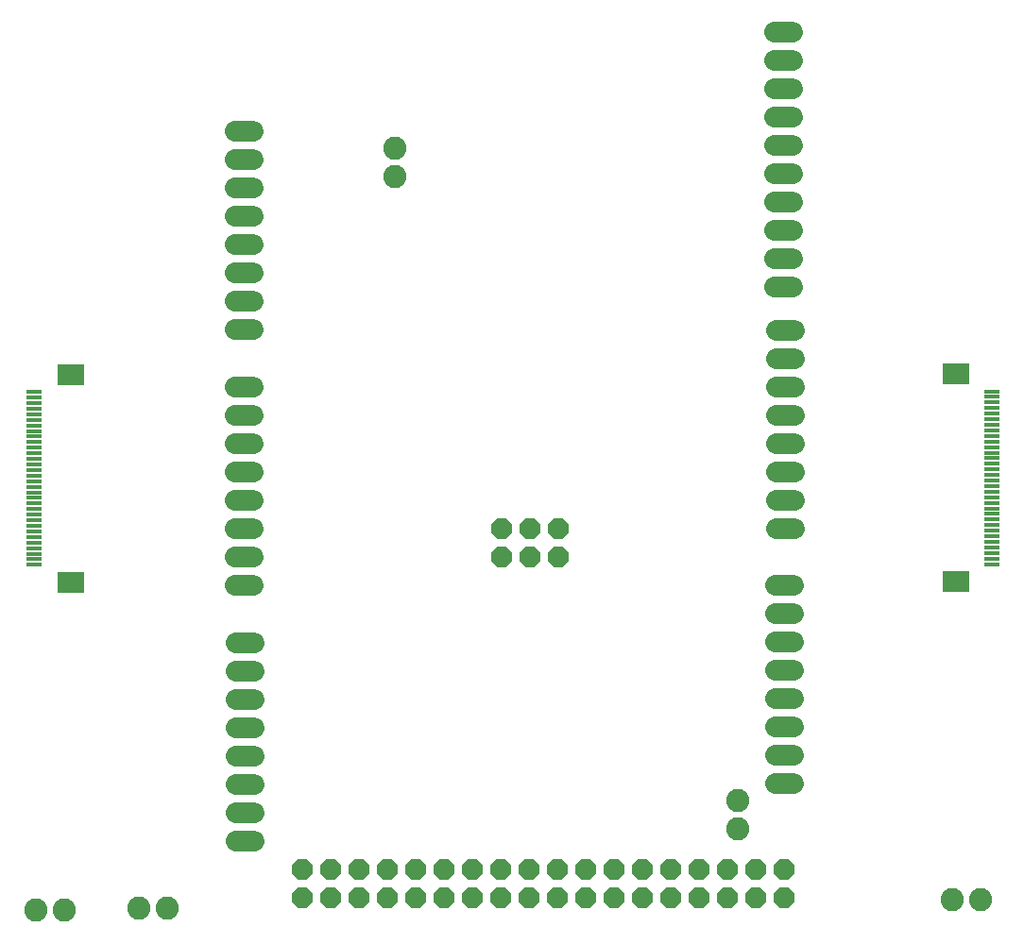
<source format=gts>
G75*
%MOIN*%
%OFA0B0*%
%FSLAX25Y25*%
%IPPOS*%
%LPD*%
%AMOC8*
5,1,8,0,0,1.08239X$1,22.5*
%
%ADD10C,0.07200*%
%ADD11OC8,0.07200*%
%ADD12R,0.05512X0.01575*%
%ADD13R,0.09252X0.07480*%
%ADD14C,0.08200*%
D10*
X0088119Y0050663D02*
X0094519Y0050663D01*
X0094519Y0060663D02*
X0088119Y0060663D01*
X0088119Y0070663D02*
X0094519Y0070663D01*
X0094519Y0080663D02*
X0088119Y0080663D01*
X0088119Y0090663D02*
X0094519Y0090663D01*
X0094519Y0100663D02*
X0088119Y0100663D01*
X0088119Y0110663D02*
X0094519Y0110663D01*
X0094519Y0120663D02*
X0088119Y0120663D01*
X0087786Y0140987D02*
X0094186Y0140987D01*
X0094186Y0150987D02*
X0087786Y0150987D01*
X0087786Y0160987D02*
X0094186Y0160987D01*
X0094186Y0170987D02*
X0087786Y0170987D01*
X0087786Y0180987D02*
X0094186Y0180987D01*
X0094186Y0190987D02*
X0087786Y0190987D01*
X0087786Y0200987D02*
X0094186Y0200987D01*
X0094186Y0210987D02*
X0087786Y0210987D01*
X0087786Y0231311D02*
X0094186Y0231311D01*
X0094186Y0241311D02*
X0087786Y0241311D01*
X0087786Y0251311D02*
X0094186Y0251311D01*
X0094186Y0261311D02*
X0087786Y0261311D01*
X0087786Y0271311D02*
X0094186Y0271311D01*
X0094186Y0281311D02*
X0087786Y0281311D01*
X0087786Y0291311D02*
X0094186Y0291311D01*
X0094186Y0301311D02*
X0087786Y0301311D01*
X0278100Y0306309D02*
X0284500Y0306309D01*
X0284500Y0316309D02*
X0278100Y0316309D01*
X0278100Y0326309D02*
X0284500Y0326309D01*
X0284500Y0336309D02*
X0278100Y0336309D01*
X0278100Y0296309D02*
X0284500Y0296309D01*
X0284500Y0286309D02*
X0278100Y0286309D01*
X0278100Y0276309D02*
X0284500Y0276309D01*
X0284500Y0266309D02*
X0278100Y0266309D01*
X0278100Y0256309D02*
X0284500Y0256309D01*
X0284500Y0246309D02*
X0278100Y0246309D01*
X0278767Y0230985D02*
X0285167Y0230985D01*
X0285167Y0220985D02*
X0278767Y0220985D01*
X0278767Y0210985D02*
X0285167Y0210985D01*
X0285167Y0200985D02*
X0278767Y0200985D01*
X0278767Y0190985D02*
X0285167Y0190985D01*
X0285167Y0180985D02*
X0278767Y0180985D01*
X0278767Y0170985D02*
X0285167Y0170985D01*
X0285167Y0160985D02*
X0278767Y0160985D01*
X0278434Y0140994D02*
X0284834Y0140994D01*
X0284834Y0130994D02*
X0278434Y0130994D01*
X0278434Y0120994D02*
X0284834Y0120994D01*
X0284834Y0110994D02*
X0278434Y0110994D01*
X0278434Y0100994D02*
X0284834Y0100994D01*
X0284834Y0090994D02*
X0278434Y0090994D01*
X0278434Y0080994D02*
X0284834Y0080994D01*
X0284834Y0070994D02*
X0278434Y0070994D01*
D11*
X0281439Y0040800D03*
X0271439Y0040800D03*
X0261439Y0040800D03*
X0251439Y0040800D03*
X0241439Y0040800D03*
X0231439Y0040800D03*
X0221439Y0040800D03*
X0211439Y0040800D03*
X0201439Y0040800D03*
X0191439Y0040800D03*
X0181439Y0040800D03*
X0171439Y0040800D03*
X0161439Y0040800D03*
X0151439Y0040800D03*
X0141439Y0040800D03*
X0131439Y0040800D03*
X0121439Y0040800D03*
X0111439Y0040800D03*
X0111439Y0030800D03*
X0121439Y0030800D03*
X0131439Y0030800D03*
X0141439Y0030800D03*
X0151439Y0030800D03*
X0161439Y0030800D03*
X0171439Y0030800D03*
X0181439Y0030800D03*
X0191439Y0030800D03*
X0201439Y0030800D03*
X0211439Y0030800D03*
X0221439Y0030800D03*
X0231439Y0030800D03*
X0241439Y0030800D03*
X0251439Y0030800D03*
X0261439Y0030800D03*
X0271439Y0030800D03*
X0281439Y0030800D03*
X0201643Y0150989D03*
X0201643Y0160989D03*
X0191643Y0160989D03*
X0191643Y0150989D03*
X0181643Y0150989D03*
X0181643Y0160989D03*
D12*
X0016812Y0160167D03*
X0016812Y0162135D03*
X0016812Y0164104D03*
X0016812Y0166072D03*
X0016812Y0168041D03*
X0016812Y0170009D03*
X0016812Y0171978D03*
X0016812Y0173946D03*
X0016812Y0175915D03*
X0016812Y0177883D03*
X0016812Y0179852D03*
X0016812Y0181820D03*
X0016812Y0183789D03*
X0016812Y0185757D03*
X0016812Y0187726D03*
X0016812Y0189694D03*
X0016812Y0191663D03*
X0016812Y0193631D03*
X0016812Y0195600D03*
X0016812Y0197569D03*
X0016812Y0199537D03*
X0016812Y0201506D03*
X0016812Y0203474D03*
X0016812Y0205443D03*
X0016812Y0207411D03*
X0016812Y0209380D03*
X0016812Y0158198D03*
X0016812Y0156230D03*
X0016812Y0154261D03*
X0016812Y0152293D03*
X0016812Y0150324D03*
X0016812Y0148356D03*
X0354695Y0148588D03*
X0354695Y0150557D03*
X0354695Y0152525D03*
X0354695Y0154494D03*
X0354695Y0156462D03*
X0354695Y0158431D03*
X0354695Y0160399D03*
X0354695Y0162368D03*
X0354695Y0164336D03*
X0354695Y0166305D03*
X0354695Y0168273D03*
X0354695Y0170242D03*
X0354695Y0172210D03*
X0354695Y0174179D03*
X0354695Y0176147D03*
X0354695Y0178116D03*
X0354695Y0180084D03*
X0354695Y0182053D03*
X0354695Y0184021D03*
X0354695Y0185990D03*
X0354695Y0187958D03*
X0354695Y0189927D03*
X0354695Y0191895D03*
X0354695Y0193864D03*
X0354695Y0195832D03*
X0354695Y0197801D03*
X0354695Y0199769D03*
X0354695Y0201738D03*
X0354695Y0203706D03*
X0354695Y0205675D03*
X0354695Y0207643D03*
X0354695Y0209612D03*
D13*
X0341900Y0215714D03*
X0341900Y0142486D03*
X0029607Y0142254D03*
X0029607Y0215482D03*
D14*
X0017400Y0026500D03*
X0027400Y0026500D03*
X0053700Y0027100D03*
X0063700Y0027100D03*
X0264900Y0055000D03*
X0264900Y0065000D03*
X0340800Y0030100D03*
X0350800Y0030100D03*
X0144000Y0285600D03*
X0144000Y0295600D03*
M02*

</source>
